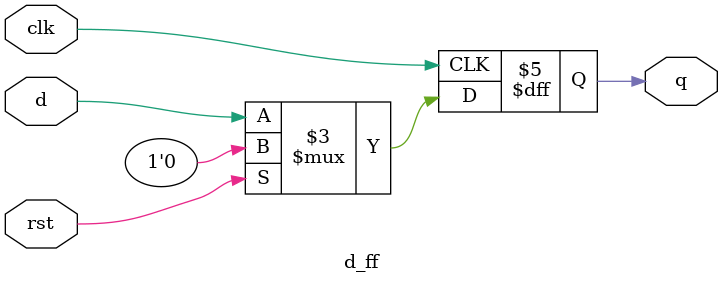
<source format=v>
`timescale 1ns / 1ps

module siso_design(input clk,b,output q);
wire w1,w2,w3;

d_ff dut1(.clk(clk),.d(b),.q(w1),.rst());
d_ff dut2(.clk(clk),.d(w1),.q(w2),.rst());
d_ff dut3(.clk(clk),.d(w2),.q(w3),.rst());
d_ff dut4(.clk(clk),.d(w3),.q(q),.rst());

endmodule

// d flip flop
module d_ff (
  input clk,    
  input d,      
  input rst,    
  output reg q);

  always @(posedge clk) 
  begin
    if (rst)
      q <= 1'b0;
    else
      q <= d;
  end

endmodule

</source>
